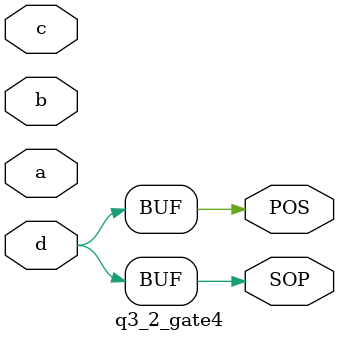
<source format=v>


module q3_2_gate1(input a, input b, input c, input d, output SOP, output POS);
assign SOP = a | (b&d) | (b&c);
assign POS = (a | b) &(a|c| d);
endmodule



module q3_2_gate2(input a, input b, input c, input d, output SOP, output POS);
assign SOP = a| (b&(~d)) | (b&c);
assign POS  = (a | b) &(a | c| ~d);
endmodule




module q3_2_gate3(input a, input b, input c, input d, output SOP, output POS);
assign SOP =  a | (~b&c);
assign POS = (~b) &(a | c);
endmodule



module q3_2_gate4(input a, input b, input c, input d, output SOP, output POS);
assign SOP =d;
assign POS = (d);
endmodule

</source>
